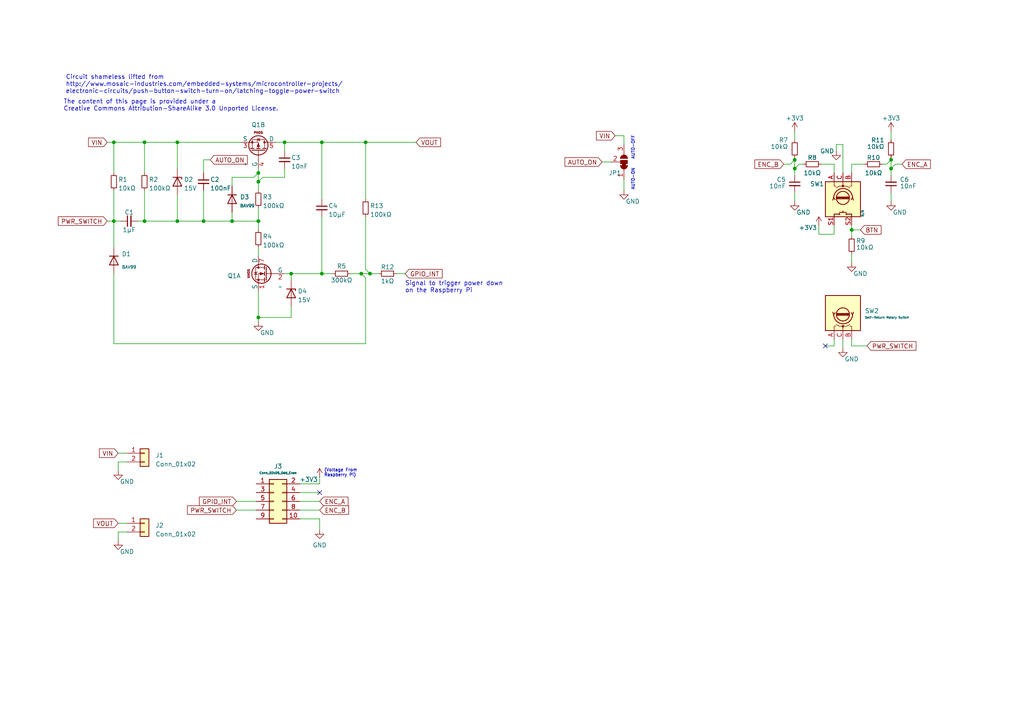
<source format=kicad_sch>
(kicad_sch (version 20230121) (generator eeschema)
  (paper "A4")
  (title_block (title "Radio Knobs") (rev "v2.0.0"))
  (lib_symbols
    (symbol ".Radio Knobs:IRF7319" (pin_names (offset 0))
      (property "Reference" "Q" (at 2.54 3.81 0))
      (symbol "IRF7319_0_1"
        (circle (center -0.889 0) (radius 2.794) (stroke (width 0.254)))
        (circle (center 0 -1.778) (radius 0.254) (fill (type outline)))
        (polyline (pts (xy -2.286 0) (xy -5.08 0)))
        (polyline (pts (xy -2.286 1.905) (xy -2.286 -1.905)) (stroke (width 0.254)))
        (polyline (pts (xy -1.778 -1.27) (xy -1.778 -2.286)) (stroke (width 0.254)))
        (polyline (pts (xy -1.778 0.508) (xy -1.778 -0.508)) (stroke (width 0.254)))
        (polyline (pts (xy -1.778 2.286) (xy -1.778 1.27)) (stroke (width 0.254)))
        (polyline (pts (xy 0 2.54) (xy 0 1.778)))
        (polyline (pts (xy 0 -2.54) (xy 0 0) (xy -1.778 0)))
        (polyline (pts (xy -1.778 -1.778) (xy 0.762 -1.778) (xy 0.762 1.778) (xy -1.778 1.778)))
        (circle (center 0 1.778) (radius 0.254) (fill (type outline)))
      )
      (symbol "IRF7319_1_1"
        (polyline (pts (xy -1.524 0) (xy -0.508 0.381) (xy -0.508 -0.381) (xy -1.524 0)) (fill (type outline)))
        (polyline (pts (xy 0.254 0.508) (xy 0.381 0.381) (xy 1.143 0.381) (xy 1.27 0.254)))
        (polyline (pts (xy 0.762 0.381) (xy 0.381 -0.254) (xy 1.143 -0.254) (xy 0.762 0.381)))
        (text "NMOS" (at 2.794 0 900) (effects (font (size 0.635 0.635))))
        (pin passive line (at 0 -5.08 90) (length 2.54) (name "S") (number "1"))
        (pin input line (at -7.62 0 0) (length 2.54) (name "G") (number "2"))
        (pin passive line (at 0 5.08 270) (length 2.54) (name "D") (number "7"))
        (pin passive line (at 0 5.08 270) (length 2.54) hide (name "D") (number "8"))
      )
      (symbol "IRF7319_2_1"
        (polyline (pts (xy -0.254 0) (xy -1.27 0.381) (xy -1.27 -0.381) (xy -0.254 0)) (fill (type outline)))
        (polyline (pts (xy 0.254 -0.381) (xy 0.381 -0.254) (xy 1.143 -0.254) (xy 1.27 -0.127)))
        (polyline (pts (xy 0.762 -0.254) (xy 0.381 0.381) (xy 1.143 0.381) (xy 0.762 -0.254)))
        (text "PMOS" (at 2.794 0 900) (effects (font (size 0.635 0.635))))
        (pin passive line (at 0 -5.08 90) (length 2.54) (name "S") (number "3"))
        (pin input line (at -7.62 0 0) (length 2.54) (name "G") (number "4"))
        (pin passive line (at 0 5.08 270) (length 2.54) (name "D") (number "5"))
        (pin passive line (at 0 5.08 270) (length 2.54) hide (name "D") (number "6"))
      )
    )
    (symbol "Connector_Generic:Conn_01x02" (pin_names (offset 1.016) hide)
      (property "Reference" "J" (at 0 2.54 0))
      (property "Value" "Conn_01x02" (at 0 -5.08 0))
      (symbol "Conn_01x02_1_1"
        (rectangle (start -1.27 -2.413) (end 0 -2.667) (stroke (width 0.1524)))
        (rectangle (start -1.27 0.127) (end 0 -0.127) (stroke (width 0.1524)))
        (rectangle (start -1.27 1.27) (end 1.27 -3.81) (stroke (width 0.254)) (fill (type background)))
        (pin passive line (at -5.08 0 0) (length 3.81) (name "Pin_1") (number "1"))
        (pin passive line (at -5.08 -2.54 0) (length 3.81) (name "Pin_2") (number "2"))
      )
    )
    (symbol "Connector_Generic:Conn_02x05_Odd_Even" (pin_names (offset 1.016) hide)
      (property "Reference" "J" (at 1.27 7.62 0))
      (property "Value" "Conn_02x05_Odd_Even" (at 1.27 -7.62 0))
      (symbol "Conn_02x05_Odd_Even_1_1"
        (rectangle (start -1.27 -4.953) (end 0 -5.207) (stroke (width 0.1524)))
        (rectangle (start -1.27 -2.413) (end 0 -2.667) (stroke (width 0.1524)))
        (rectangle (start -1.27 0.127) (end 0 -0.127) (stroke (width 0.1524)))
        (rectangle (start -1.27 2.667) (end 0 2.413) (stroke (width 0.1524)))
        (rectangle (start -1.27 5.207) (end 0 4.953) (stroke (width 0.1524)))
        (rectangle (start -1.27 6.35) (end 3.81 -6.35) (stroke (width 0.254)) (fill (type background)))
        (rectangle (start 3.81 -4.953) (end 2.54 -5.207) (stroke (width 0.1524)))
        (rectangle (start 3.81 -2.413) (end 2.54 -2.667) (stroke (width 0.1524)))
        (rectangle (start 3.81 0.127) (end 2.54 -0.127) (stroke (width 0.1524)))
        (rectangle (start 3.81 2.667) (end 2.54 2.413) (stroke (width 0.1524)))
        (rectangle (start 3.81 5.207) (end 2.54 4.953) (stroke (width 0.1524)))
        (pin passive line (at -5.08 5.08 0) (length 3.81) (name "Pin_1") (number "1"))
        (pin passive line (at 7.62 -5.08 180) (length 3.81) (name "Pin_10") (number "10"))
        (pin passive line (at 7.62 5.08 180) (length 3.81) (name "Pin_2") (number "2"))
        (pin passive line (at -5.08 2.54 0) (length 3.81) (name "Pin_3") (number "3"))
        (pin passive line (at 7.62 2.54 180) (length 3.81) (name "Pin_4") (number "4"))
        (pin passive line (at -5.08 0 0) (length 3.81) (name "Pin_5") (number "5"))
        (pin passive line (at 7.62 0 180) (length 3.81) (name "Pin_6") (number "6"))
        (pin passive line (at -5.08 -2.54 0) (length 3.81) (name "Pin_7") (number "7"))
        (pin passive line (at 7.62 -2.54 180) (length 3.81) (name "Pin_8") (number "8"))
        (pin passive line (at -5.08 -5.08 0) (length 3.81) (name "Pin_9") (number "9"))
      )
    )
    (symbol "Device:C_Small" (pin_numbers hide) (pin_names (offset 0.254) hide)
      (property "Reference" "C" (at 0.254 1.778 0))
      (property "Value" "C_Small" (at 0.254 -2.032 0))
      (symbol "C_Small_0_1"
        (polyline (pts (xy -1.524 -0.508) (xy 1.524 -0.508)) (stroke (width 0.3302)))
        (polyline (pts (xy -1.524 0.508) (xy 1.524 0.508)) (stroke (width 0.3048)))
      )
      (symbol "C_Small_1_1"
        (pin passive line (at 0 2.54 270) (length 2.032) (name "~") (number "1"))
        (pin passive line (at 0 -2.54 90) (length 2.032) (name "~") (number "2"))
      )
    )
    (symbol "Device:D" (pin_numbers hide) (pin_names (offset 1.016) hide)
      (property "Reference" "D" (at 0 2.54 0))
      (property "Value" "D" (at 0 -2.54 0))
      (symbol "D_0_1"
        (polyline (pts (xy -1.27 1.27) (xy -1.27 -1.27)) (stroke (width 0.254)))
        (polyline (pts (xy 1.27 0) (xy -1.27 0)))
        (polyline (pts (xy 1.27 1.27) (xy 1.27 -1.27) (xy -1.27 0) (xy 1.27 1.27)) (stroke (width 0.254)))
      )
      (symbol "D_1_1"
        (pin passive line (at -3.81 0 0) (length 2.54) (name "K") (number "1"))
        (pin passive line (at 3.81 0 180) (length 2.54) (name "A") (number "2"))
      )
    )
    (symbol "Device:D_Zener" (pin_numbers hide) (pin_names (offset 1.016) hide)
      (property "Reference" "D" (at 0 2.54 0))
      (property "Value" "D_Zener" (at 0 -2.54 0))
      (symbol "D_Zener_0_1"
        (polyline (pts (xy 1.27 0) (xy -1.27 0)))
        (polyline (pts (xy -1.27 -1.27) (xy -1.27 1.27) (xy -0.762 1.27)) (stroke (width 0.254)))
        (polyline (pts (xy 1.27 -1.27) (xy 1.27 1.27) (xy -1.27 0) (xy 1.27 -1.27)) (stroke (width 0.254)))
      )
      (symbol "D_Zener_1_1"
        (pin passive line (at -3.81 0 0) (length 2.54) (name "K") (number "1"))
        (pin passive line (at 3.81 0 180) (length 2.54) (name "A") (number "2"))
      )
    )
    (symbol "Device:R_Small" (pin_numbers hide) (pin_names (offset 0.254) hide)
      (property "Reference" "R" (at 0.762 0.508 0))
      (property "Value" "R_Small" (at 0.762 -1.016 0))
      (symbol "R_Small_0_1"
        (rectangle (start -0.762 1.778) (end 0.762 -1.778) (stroke (width 0.2032)))
      )
      (symbol "R_Small_1_1"
        (pin passive line (at 0 2.54 270) (length 0.762) (name "~") (number "1"))
        (pin passive line (at 0 -2.54 90) (length 0.762) (name "~") (number "2"))
      )
    )
    (symbol "Device:RotaryEncoder" (pin_names (offset 0.254) hide)
      (property "Reference" "SW" (at 0 6.604 0))
      (property "Value" "RotaryEncoder" (at 0 -6.604 0))
      (symbol "RotaryEncoder_0_1"
        (rectangle (start -5.08 5.08) (end 5.08 -5.08) (stroke (width 0.254)) (fill (type background)))
        (circle (center -3.81 0) (radius 0.254) (fill (type outline)))
        (circle (center -0.381 0) (radius 1.905) (stroke (width 0.254)))
        (arc (start -0.381 2.667) (mid -3.0988 -0.0635) (end -0.381 -2.794) (stroke (width 0.254)))
        (polyline (pts (xy -0.635 -1.778) (xy -0.635 1.778)) (stroke (width 0.254)))
        (polyline (pts (xy -0.381 -1.778) (xy -0.381 1.778)) (stroke (width 0.254)))
        (polyline (pts (xy -0.127 1.778) (xy -0.127 -1.778)) (stroke (width 0.254)))
        (polyline (pts (xy -5.08 -2.54) (xy -3.81 -2.54) (xy -3.81 -2.032)))
        (polyline (pts (xy -5.08 2.54) (xy -3.81 2.54) (xy -3.81 2.032)))
        (polyline (pts (xy 0.254 -3.048) (xy -0.508 -2.794) (xy 0.127 -2.413)) (stroke (width 0.254)))
        (polyline (pts (xy 0.254 2.921) (xy -0.508 2.667) (xy 0.127 2.286)) (stroke (width 0.254)))
        (polyline (pts (xy -5.08 0) (xy -3.81 0) (xy -3.81 -1.016) (xy -3.302 -2.032)))
        (polyline (pts (xy -4.318 0) (xy -3.81 0) (xy -3.81 1.016) (xy -3.302 2.032)))
      )
      (symbol "RotaryEncoder_1_1"
        (pin passive line (at -7.62 2.54 0) (length 2.54) (name "A") (number "A"))
        (pin passive line (at -7.62 -2.54 0) (length 2.54) (name "B") (number "B"))
        (pin passive line (at -7.62 0 0) (length 2.54) (name "C") (number "C"))
      )
    )
    (symbol "Device:RotaryEncoder_Switch" (pin_names (offset 0.254) hide)
      (property "Reference" "SW" (at 0 6.604 0))
      (property "Value" "RotaryEncoder_Switch" (at 0 -6.604 0))
      (symbol "RotaryEncoder_Switch_0_1"
        (rectangle (start -5.08 5.08) (end 5.08 -5.08) (stroke (width 0.254)) (fill (type background)))
        (circle (center -3.81 0) (radius 0.254) (fill (type outline)))
        (circle (center -0.381 0) (radius 1.905) (stroke (width 0.254)))
        (arc (start -0.381 2.667) (mid -3.0988 -0.0635) (end -0.381 -2.794) (stroke (width 0.254)))
        (polyline (pts (xy -0.635 -1.778) (xy -0.635 1.778)) (stroke (width 0.254)))
        (polyline (pts (xy -0.381 -1.778) (xy -0.381 1.778)) (stroke (width 0.254)))
        (polyline (pts (xy -0.127 1.778) (xy -0.127 -1.778)) (stroke (width 0.254)))
        (polyline (pts (xy 3.81 0) (xy 3.429 0)) (stroke (width 0.254)))
        (polyline (pts (xy 3.81 1.016) (xy 3.81 -1.016)) (stroke (width 0.254)))
        (polyline (pts (xy -5.08 -2.54) (xy -3.81 -2.54) (xy -3.81 -2.032)))
        (polyline (pts (xy -5.08 2.54) (xy -3.81 2.54) (xy -3.81 2.032)))
        (polyline (pts (xy 0.254 -3.048) (xy -0.508 -2.794) (xy 0.127 -2.413)) (stroke (width 0.254)))
        (polyline (pts (xy 0.254 2.921) (xy -0.508 2.667) (xy 0.127 2.286)) (stroke (width 0.254)))
        (polyline (pts (xy 5.08 -2.54) (xy 4.318 -2.54) (xy 4.318 -1.016)) (stroke (width 0.254)))
        (polyline (pts (xy 5.08 2.54) (xy 4.318 2.54) (xy 4.318 1.016)) (stroke (width 0.254)))
        (polyline (pts (xy -5.08 0) (xy -3.81 0) (xy -3.81 -1.016) (xy -3.302 -2.032)))
        (polyline (pts (xy -4.318 0) (xy -3.81 0) (xy -3.81 1.016) (xy -3.302 2.032)))
        (circle (center 4.318 -1.016) (radius 0.127) (stroke (width 0.254)))
        (circle (center 4.318 1.016) (radius 0.127) (stroke (width 0.254)))
      )
      (symbol "RotaryEncoder_Switch_1_1"
        (pin passive line (at -7.62 2.54 0) (length 2.54) (name "A") (number "A"))
        (pin passive line (at -7.62 -2.54 0) (length 2.54) (name "B") (number "B"))
        (pin passive line (at -7.62 0 0) (length 2.54) (name "C") (number "C"))
        (pin passive line (at 7.62 2.54 180) (length 2.54) (name "S1") (number "S1"))
        (pin passive line (at 7.62 -2.54 180) (length 2.54) (name "S2") (number "S2"))
      )
    )
    (symbol "Jumper:SolderJumper_3_Bridged12" (pin_names (offset 0) hide)
      (property "Reference" "JP" (at -2.54 -2.54 0))
      (property "Value" "SolderJumper_3_Bridged12" (at 0 2.794 0))
      (symbol "SolderJumper_3_Bridged12_0_1"
        (rectangle (start -1.016 0.508) (end -0.508 -0.508) (fill (type outline)))
        (arc (start -1.016 1.016) (mid -2.0276 0) (end -1.016 -1.016))
        (arc (start -1.016 1.016) (mid -2.0276 0) (end -1.016 -1.016) (fill (type outline)))
        (rectangle (start -0.508 1.016) (end 0.508 -1.016) (fill (type outline)))
        (polyline (pts (xy -2.54 0) (xy -2.032 0)))
        (polyline (pts (xy -1.016 1.016) (xy -1.016 -1.016)))
        (polyline (pts (xy 0 -1.27) (xy 0 -1.016)))
        (polyline (pts (xy 1.016 1.016) (xy 1.016 -1.016)))
        (polyline (pts (xy 2.54 0) (xy 2.032 0)))
        (arc (start 1.016 -1.016) (mid 2.0276 0) (end 1.016 1.016))
        (arc (start 1.016 -1.016) (mid 2.0276 0) (end 1.016 1.016) (fill (type outline)))
      )
      (symbol "SolderJumper_3_Bridged12_1_1"
        (pin passive line (at -5.08 0 0) (length 2.54) (name "A") (number "1"))
        (pin passive line (at 0 -3.81 90) (length 2.54) (name "C") (number "2"))
        (pin passive line (at 5.08 0 180) (length 2.54) (name "B") (number "3"))
      )
    )
    (symbol "power:+3V3" (power) (pin_names (offset 0))
      (property "Value" "+3V3" (at 0 3.556 0))
      (symbol "+3V3_0_1"
        (polyline (pts (xy -0.762 1.27) (xy 0 2.54)))
        (polyline (pts (xy 0 0) (xy 0 2.54)))
        (polyline (pts (xy 0 2.54) (xy 0.762 1.27)))
      )
      (symbol "+3V3_1_1"
        (pin power_in line (at 0 0 90) (length 0) hide (name "+3V3") (number "1"))
      )
    )
    (symbol "power:GND" (power) (pin_names (offset 0))
      (property "Value" "GND" (at 0 -3.81 0))
      (symbol "GND_0_1"
        (polyline (pts (xy 0 0) (xy 0 -1.27) (xy 1.27 -1.27) (xy 0 -2.54) (xy -1.27 -1.27) (xy 0 -1.27)))
      )
      (symbol "GND_1_1"
        (pin power_in line (at 0 0 270) (length 0) hide (name "GND") (number "1"))
      )
    )
  )
  (junction (at 67.31 64.135))
  (junction (at 247.015 66.675))
  (junction (at 230.505 48.895))
  (junction (at 74.93 52.705))
  (junction (at 258.445 48.895))
  (junction (at 93.345 79.375))
  (junction (at 230.505 46.355))
  (junction (at 84.455 79.375))
  (junction (at 74.93 64.135))
  (junction (at 51.435 41.275))
  (junction (at 59.055 64.135))
  (junction (at 93.345 41.275))
  (junction (at 51.435 64.135))
  (junction (at 258.445 46.355))
  (junction (at 74.93 92.075))
  (junction (at 33.02 64.135))
  (junction (at 74.93 50.165))
  (junction (at 82.55 41.275))
  (junction (at 33.02 41.275))
  (junction (at 106.045 41.275))
  (junction (at 107.315 79.375))
  (junction (at 41.91 41.275))
  (junction (at 41.91 64.135))
  (junction (at 104.775 79.375))
  (no_connect (at 239.395 100.33))
  (no_connect (at 92.71 142.875))
  (wire (pts (xy 247.015 47.625) (xy 250.825 47.625)))
  (wire (pts (xy 31.115 64.135) (xy 33.02 64.135)))
  (wire (pts (xy 106.045 41.275) (xy 120.65 41.275)))
  (wire (pts (xy 82.55 48.895) (xy 82.55 51.435)))
  (wire (pts (xy 233.045 47.625) (xy 231.775 47.625)))
  (wire (pts (xy 249.555 66.675) (xy 247.015 66.675)))
  (wire (pts (xy 82.55 41.275) (xy 82.55 43.815)))
  (wire (pts (xy 258.445 55.88) (xy 258.445 58.42)))
  (wire (pts (xy 51.435 64.135) (xy 59.055 64.135)))
  (wire (pts (xy 259.715 47.625) (xy 258.445 48.895)))
  (wire (pts (xy 67.31 53.975) (xy 67.31 51.435)))
  (wire (pts (xy 244.475 41.91) (xy 242.57 41.91)))
  (wire (pts (xy 93.345 41.275) (xy 93.345 57.785)))
  (wire (pts (xy 33.02 64.135) (xy 33.02 71.755)))
  (wire (pts (xy 230.505 38.1) (xy 230.505 40.64)))
  (wire (pts (xy 51.435 41.275) (xy 41.91 41.275)))
  (wire (pts (xy 104.775 79.375) (xy 107.315 79.375)))
  (wire (pts (xy 92.71 150.495) (xy 92.71 153.67)))
  (wire (pts (xy 241.935 50.165) (xy 241.935 47.625)))
  (wire (pts (xy 34.29 133.985) (xy 36.83 133.985)))
  (wire (pts (xy 93.345 41.275) (xy 106.045 41.275)))
  (wire (pts (xy 74.93 84.455) (xy 74.93 92.075)))
  (wire (pts (xy 180.975 39.37) (xy 180.975 41.91)))
  (wire (pts (xy 231.775 47.625) (xy 230.505 48.895)))
  (wire (pts (xy 74.93 48.895) (xy 74.93 50.165)))
  (wire (pts (xy 93.345 62.865) (xy 93.345 79.375)))
  (wire (pts (xy 76.2 51.435) (xy 74.93 52.705)))
  (wire (pts (xy 242.57 41.91) (xy 242.57 43.815)))
  (wire (pts (xy 34.29 131.445) (xy 36.83 131.445)))
  (wire (pts (xy 84.455 79.375) (xy 93.345 79.375)))
  (wire (pts (xy 258.445 46.355) (xy 258.445 45.72)))
  (wire (pts (xy 33.02 64.135) (xy 34.925 64.135)))
  (wire (pts (xy 114.935 79.375) (xy 117.475 79.375)))
  (wire (pts (xy 241.935 47.625) (xy 238.125 47.625)))
  (wire (pts (xy 82.55 79.375) (xy 84.455 79.375)))
  (wire (pts (xy 230.505 50.8) (xy 230.505 48.895)))
  (wire (pts (xy 241.935 98.425) (xy 241.935 100.33)))
  (wire (pts (xy 237.49 65.405) (xy 237.49 67.945)))
  (wire (pts (xy 261.62 47.625) (xy 259.715 47.625)))
  (wire (pts (xy 106.045 80.645) (xy 104.775 79.375)))
  (wire (pts (xy 106.045 78.105) (xy 107.315 79.375)))
  (wire (pts (xy 73.66 51.435) (xy 74.93 50.165)))
  (wire (pts (xy 33.02 55.245) (xy 33.02 64.135)))
  (wire (pts (xy 93.345 79.375) (xy 96.52 79.375)))
  (wire (pts (xy 174.625 46.99) (xy 177.165 46.99)))
  (wire (pts (xy 67.31 51.435) (xy 73.66 51.435)))
  (wire (pts (xy 247.015 73.66) (xy 247.015 76.2)))
  (wire (pts (xy 84.455 79.375) (xy 84.455 81.28)))
  (wire (pts (xy 247.015 66.675) (xy 247.015 68.58)))
  (wire (pts (xy 41.91 41.275) (xy 41.91 50.165)))
  (wire (pts (xy 33.02 79.375) (xy 33.02 99.695)))
  (wire (pts (xy 40.005 64.135) (xy 41.91 64.135)))
  (wire (pts (xy 59.055 64.135) (xy 67.31 64.135)))
  (wire (pts (xy 51.435 64.135) (xy 51.435 56.515)))
  (wire (pts (xy 74.93 92.075) (xy 84.455 92.075)))
  (wire (pts (xy 34.29 151.765) (xy 36.83 151.765)))
  (wire (pts (xy 86.995 145.415) (xy 92.71 145.415)))
  (wire (pts (xy 74.93 50.165) (xy 74.93 52.705)))
  (wire (pts (xy 33.02 41.275) (xy 41.91 41.275)))
  (wire (pts (xy 227.33 47.625) (xy 229.235 47.625)))
  (wire (pts (xy 41.91 64.135) (xy 51.435 64.135)))
  (wire (pts (xy 51.435 41.275) (xy 51.435 48.895)))
  (wire (pts (xy 31.115 41.275) (xy 33.02 41.275)))
  (wire (pts (xy 34.29 154.305) (xy 36.83 154.305)))
  (wire (pts (xy 244.475 98.425) (xy 244.475 100.965)))
  (wire (pts (xy 41.91 64.135) (xy 41.91 55.245)))
  (wire (pts (xy 74.93 60.325) (xy 74.93 64.135)))
  (wire (pts (xy 237.49 67.945) (xy 241.935 67.945)))
  (wire (pts (xy 86.995 147.955) (xy 92.71 147.955)))
  (wire (pts (xy 247.015 100.33) (xy 251.46 100.33)))
  (wire (pts (xy 106.045 99.695) (xy 106.045 80.645)))
  (wire (pts (xy 178.435 39.37) (xy 180.975 39.37)))
  (wire (pts (xy 230.505 55.88) (xy 230.505 58.42)))
  (wire (pts (xy 67.31 64.135) (xy 67.31 61.595)))
  (wire (pts (xy 257.175 47.625) (xy 258.445 46.355)))
  (wire (pts (xy 67.31 64.135) (xy 74.93 64.135)))
  (wire (pts (xy 101.6 79.375) (xy 104.775 79.375)))
  (wire (pts (xy 247.015 50.165) (xy 247.015 47.625)))
  (wire (pts (xy 106.045 41.275) (xy 106.045 57.785)))
  (wire (pts (xy 86.995 140.335) (xy 92.71 140.335)))
  (wire (pts (xy 106.045 99.695) (xy 33.02 99.695)))
  (wire (pts (xy 247.015 65.405) (xy 247.015 66.675)))
  (wire (pts (xy 80.01 41.275) (xy 82.55 41.275)))
  (wire (pts (xy 59.055 64.135) (xy 59.055 55.245)))
  (wire (pts (xy 59.055 46.355) (xy 59.055 50.165)))
  (wire (pts (xy 74.93 52.705) (xy 74.93 55.245)))
  (wire (pts (xy 34.29 154.305) (xy 34.29 156.845)))
  (wire (pts (xy 86.995 150.495) (xy 92.71 150.495)))
  (wire (pts (xy 258.445 50.8) (xy 258.445 48.895)))
  (wire (pts (xy 33.02 41.275) (xy 33.02 50.165)))
  (wire (pts (xy 247.015 98.425) (xy 247.015 100.33)))
  (wire (pts (xy 180.975 52.07) (xy 180.975 55.245)))
  (wire (pts (xy 86.995 142.875) (xy 92.71 142.875)))
  (wire (pts (xy 107.315 79.375) (xy 109.855 79.375)))
  (wire (pts (xy 68.58 145.415) (xy 74.295 145.415)))
  (wire (pts (xy 244.475 41.91) (xy 244.475 50.165)))
  (wire (pts (xy 92.71 138.43) (xy 92.71 140.335)))
  (wire (pts (xy 230.505 46.355) (xy 230.505 45.72)))
  (wire (pts (xy 82.55 41.275) (xy 93.345 41.275)))
  (wire (pts (xy 84.455 92.075) (xy 84.455 88.9)))
  (wire (pts (xy 74.93 92.075) (xy 74.93 93.345)))
  (wire (pts (xy 257.175 47.625) (xy 255.905 47.625)))
  (wire (pts (xy 230.505 48.895) (xy 230.505 46.355)))
  (wire (pts (xy 74.295 147.955) (xy 68.58 147.955)))
  (wire (pts (xy 106.045 62.865) (xy 106.045 78.105)))
  (wire (pts (xy 258.445 48.895) (xy 258.445 46.355)))
  (wire (pts (xy 59.055 46.355) (xy 60.96 46.355)))
  (wire (pts (xy 239.395 100.33) (xy 241.935 100.33)))
  (wire (pts (xy 76.2 51.435) (xy 82.55 51.435)))
  (wire (pts (xy 74.93 71.755) (xy 74.93 74.295)))
  (wire (pts (xy 34.29 133.985) (xy 34.29 136.525)))
  (wire (pts (xy 258.445 38.1) (xy 258.445 40.64)))
  (wire (pts (xy 74.93 66.675) (xy 74.93 64.135)))
  (wire (pts (xy 51.435 41.275) (xy 69.85 41.275)))
  (wire (pts (xy 229.235 47.625) (xy 230.505 46.355)))
  (wire (pts (xy 241.935 65.405) (xy 241.935 67.945)))
  (text "Circuit shameless lifted from\nhttp://www.mosaic-industries.com/embedded-systems/microcontroller-projects/\nelectronic-circuits/push-button-switch-turn-on/latching-toggle-power-switch" (at 19.05 27.305 0) (effects (font (size 1.27 1.27)) (justify left bottom)))
  (text "AUTO-OFF" (at 184.15 46.355 90) (effects (font (size 0.889 0.889)) (justify left bottom)))
  (text "Start:\nPMOS dren=0V -> NMOS open -> PMOS gate 12V -> PMOS open -> NMOS keeps open.\nIf jumper connects PMOS gate to GND, it will conduct on power up.\nIf the switch is activated, it connects the PMOS gate to GDN and starts conducting. There is VOUT, and the NMOS starts to conduct, keeping the PMOS gate connected to GND.\nWhen the switch is held again, the NMOS gate resistor is connected to GND through the diode. C6 discharges through R4 and eventually, the NMOS gate is 0V, and stops conducting," (at 10.795 -20.955 0) (effects (font (size 1.524 1.2954)) (justify left bottom)))
  (text "R3 controls C3 discharge (how long you have to hold the button to turn the power off).\nThe voltage of the signal sent to the raspberry pi is controlled by the R4-R3 resistor." (at 11.43 -13.335 0) (effects (font (size 1.778 1.5113)) (justify left bottom)))
  (text "AUTO-ON" (at 184.15 55.245 90) (effects (font (size 0.889 0.889)) (justify left bottom)))
  (text "Vgs = 1. T for cap from 12 to 1 =>\ne^-(t/(RC) = 1/12 =>\nt = -RC loge (1/12) = 2.48RC\nIf C=10μ and R=200k -> t = 5s" (at 11.43 -0.635 0) (effects (font (size 1.778 1.5113)) (justify left bottom)))
  (text "(Voltage From\nRaspberry Pi)" (at 93.98 138.43 0) (effects (font (size 0.889 0.889)) (justify left bottom)))
  (text "The content of this page is provided under a\nCreative Commons Attribution-ShareAlike 3.0 Unported License." (at 18.415 32.385 0) (effects (font (size 1.27 1.27)) (justify left bottom)))
  (text "V signal is dictated by R4-R3\nIf R3 is 200k\nVsignal = 12 * (200k/(200k+R4))\nVisgnal = 3.3V => R4 = 520k" (at 62.23 -0.635 0) (effects (font (size 1.778 1.5113)) (justify left bottom)))
  (text "Signal to trigger power down\non the Raspberry Pi" (at 117.475 85.09 0) (effects (font (size 1.27 1.27)) (justify left bottom)))
  (global_label "AUTO_ON" (shape input) (at 60.96 46.355 0) (property "Intersheetrefs" "${INTERSHEET_REFS}" (effects hide)))
  (global_label "GPIO_INT" (shape input) (at 117.475 79.375 0) (property "Intersheetrefs" "${INTERSHEET_REFS}" (effects hide)))
  (global_label "VIN" (shape input) (at 31.115 41.275 180) (property "Intersheetrefs" "${INTERSHEET_REFS}" (effects hide)))
  (global_label "ENC_A" (shape input) (at 261.62 47.625 0) (property "Intersheetrefs" "${INTERSHEET_REFS}" (effects hide)))
  (global_label "VIN" (shape input) (at 178.435 39.37 180) (property "Intersheetrefs" "${INTERSHEET_REFS}" (effects hide)))
  (global_label "BTN" (shape input) (at 249.555 66.675 0) (property "Intersheetrefs" "${INTERSHEET_REFS}" (effects hide)))
  (global_label "VIN" (shape input) (at 34.29 131.445 180) (property "Intersheetrefs" "${INTERSHEET_REFS}" (effects hide)))
  (global_label "ENC_B" (shape input) (at 227.33 47.625 180) (property "Intersheetrefs" "${INTERSHEET_REFS}" (effects hide)))
  (global_label "AUTO_ON" (shape input) (at 174.625 46.99 180) (property "Intersheetrefs" "${INTERSHEET_REFS}" (effects hide)))
  (global_label "PWR_SWITCH" (shape input) (at 251.46 100.33 0) (property "Intersheetrefs" "${INTERSHEET_REFS}" (effects hide)))
  (global_label "ENC_B" (shape input) (at 92.71 147.955 0) (property "Intersheetrefs" "${INTERSHEET_REFS}" (effects hide)))
  (global_label "VOUT" (shape input) (at 34.29 151.765 180) (property "Intersheetrefs" "${INTERSHEET_REFS}" (effects hide)))
  (global_label "VOUT" (shape input) (at 120.65 41.275 0) (property "Intersheetrefs" "${INTERSHEET_REFS}" (effects hide)))
  (global_label "GPIO_INT" (shape input) (at 68.58 145.415 180) (property "Intersheetrefs" "${INTERSHEET_REFS}" (effects hide)))
  (global_label "PWR_SWITCH" (shape input) (at 68.58 147.955 180) (property "Intersheetrefs" "${INTERSHEET_REFS}" (effects hide)))
  (global_label "PWR_SWITCH" (shape input) (at 31.115 64.135 180) (property "Intersheetrefs" "${INTERSHEET_REFS}" (effects hide)))
  (global_label "ENC_A" (shape input) (at 92.71 145.415 0) (property "Intersheetrefs" "${INTERSHEET_REFS}" (effects hide)))
  (symbol (lib_id "Jumper:SolderJumper_3_Bridged12") (at 180.975 46.99 270) (mirror x) (unit 1)
    (property "Reference" "JP1" (at 176.53 50.165 90) (effects (justify left)))
    (property "Value" "SolderJumper_3_Bridged12" (effects hide))
  )
  (symbol (lib_id "Device:R_Small") (at 33.02 52.705 0) (unit 1)
    (property "Reference" "R1" (at 34.29 52.07 0) (effects (justify left)))
    (property "Value" "10kΩ" (at 34.29 54.61 0) (effects (justify left)))
  )
  (symbol (lib_id "power:GND") (at 244.475 100.965 0) (unit 1)
    (property "Reference" "#PWR06" (effects hide))
    (property "Value" "GND" (at 247.015 104.14 0))
  )
  (symbol (lib_id "Device:C_Small") (at 230.505 53.34 0) (mirror y) (unit 1)
    (property "Reference" "C5" (at 227.965 52.0762 0) (effects (justify left)))
    (property "Value" "10nF" (at 227.965 53.975 0) (effects (justify left)))
    (property "Footprint" "Gruffalo_Dimmer:0603-1.6x0.8mm-C_Handsolder" (effects hide))
  )
  (symbol (lib_id "Device:R_Small") (at 74.93 69.215 0) (unit 1)
    (property "Reference" "R4" (at 76.2 68.58 0) (effects (justify left)))
    (property "Value" "100kΩ" (at 76.2 71.12 0) (effects (justify left)))
  )
  (symbol (lib_id "Connector_Generic:Conn_02x05_Odd_Even") (at 79.375 145.415 0) (unit 1)
    (property "Reference" "J3" (at 80.645 135.255 0))
    (property "Value" "Conn_02x05_Odd_Even" (at 80.645 137.16 0) (effects (font (size 0.635 0.635))))
  )
  (symbol (lib_id "Device:R_Small") (at 247.015 71.12 180) (unit 1)
    (property "Reference" "R9" (at 248.285 69.85 0) (effects (justify right)))
    (property "Value" "10kΩ" (at 248.285 71.755 0) (effects (justify right)))
    (property "Footprint" "Gruffalo_Dimmer:0805-R_Handsolder" (effects hide))
  )
  (symbol (lib_id "Device:C_Small") (at 258.445 53.34 180) (unit 1)
    (property "Reference" "C6" (at 260.985 52.0635 0) (effects (justify right)))
    (property "Value" "10nF" (at 260.985 53.975 0) (effects (justify right)))
    (property "Footprint" "Gruffalo_Dimmer:0603-1.6x0.8mm-C_Handsolder" (effects hide))
  )
  (symbol (lib_id "power:GND") (at 230.505 58.42 0) (mirror y) (unit 1)
    (property "Reference" "#PWR03" (effects hide))
    (property "Value" "GND" (at 233.045 61.595 0))
  )
  (symbol (lib_id "Device:C_Small") (at 37.465 64.135 90) (unit 1)
    (property "Reference" "C1" (at 37.465 61.595 90))
    (property "Value" "1μF" (at 37.465 66.675 90))
  )
  (symbol (lib_id "Device:C_Small") (at 59.055 52.705 0) (unit 1)
    (property "Reference" "C2" (at 60.96 52.07 0) (effects (justify left)))
    (property "Value" "100nF" (at 60.96 54.61 0) (effects (justify left)))
  )
  (symbol (lib_id "Device:D") (at 33.02 75.565 270) (unit 1)
    (property "Reference" "D1" (at 35.306 73.66 90) (effects (justify left)))
    (property "Value" "BAV99" (at 35.306 77.47 90) (effects (font (size 0.889 0.889)) (justify left)))
    (property "Sim.Device" "D" (effects hide))
    (property "Sim.Pins" "1=K 2=A" (effects hide))
  )
  (symbol (lib_id "Device:R_Small") (at 99.06 79.375 90) (unit 1)
    (property "Reference" "R5" (at 99.06 77.216 90))
    (property "Value" "300kΩ" (at 99.06 81.28 90))
  )
  (symbol (lib_id "Device:R_Small") (at 235.585 47.625 90) (mirror x) (unit 1)
    (property "Reference" "R8" (at 235.585 45.72 90))
    (property "Value" "10kΩ" (at 235.585 50.165 90))
    (property "Footprint" "Gruffalo_Dimmer:0805-R_Handsolder" (effects hide))
  )
  (symbol (lib_id "power:GND") (at 180.975 55.245 0) (mirror y) (unit 1)
    (property "Reference" "#PWR012" (effects hide))
    (property "Value" "GND" (at 183.515 58.42 0))
  )
  (symbol (lib_id "Connector_Generic:Conn_01x02") (at 41.91 151.765 0) (unit 1)
    (property "Reference" "J2" (at 45.085 152.4 0) (effects (justify left)))
    (property "Value" "Conn_01x02" (at 45.085 154.94 0) (effects (justify left)))
  )
  (symbol (lib_id "power:+3V3") (at 258.445 38.1 0) (unit 1)
    (property "Reference" "#PWR02" (effects hide))
    (property "Value" "+3V3" (at 258.445 34.29 0))
  )
  (symbol (lib_id "power:GND") (at 34.29 136.525 0) (unit 1)
    (property "Reference" "#PWR010" (effects hide))
    (property "Value" "GND" (at 36.83 139.7 0))
  )
  (symbol (lib_id ".Radio Knobs:IRF7319") (at 74.93 79.375 0) (mirror y) (unit 1)
    (property "Reference" "Q1" (at 69.85 80.01 0) (effects (justify left)))
    (property "Value" "~" (at 81.28 83.185 0))
  )
  (symbol (lib_id "Device:D") (at 67.31 57.785 270) (unit 1)
    (property "Reference" "D3" (at 69.596 57.15 90) (effects (justify left)))
    (property "Value" "BAV99" (at 69.596 59.69 90) (effects (font (size 0.889 0.889)) (justify left)))
    (property "Sim.Device" "D" (effects hide))
    (property "Sim.Pins" "1=K 2=A" (effects hide))
  )
  (symbol (lib_id "Device:RotaryEncoder_Switch") (at 244.475 57.785 90) (mirror x) (unit 1)
    (property "Reference" "SW1" (at 234.95 53.34 90) (effects (justify right)))
    (property "Value" "N/A" (at 250.19 62.865 0) (effects (font (size 0.635 0.635)) (justify right)))
    (property "Footprint" "Gruffalo_Dimmer:Rotary Encoder - PEC11R - ∅11mm" (effects hide))
    (property "Comments" "Any PEC11R-4XYYF-SZZZZ will do, but consider shaft size to fit case" (effects hide))
    (property "Digikey PN" "PEC11R-4115F-S0018-ND" (effects hide))
    (property "Farnell PN" "2474846" (effects hide))
    (property "MPN" "PEC11R-4115F-S0018" (effects hide))
    (property "Manufacturer" "Bourns" (effects hide))
  )
  (symbol (lib_id "Device:R_Small") (at 253.365 47.625 270) (unit 1)
    (property "Reference" "R10" (at 253.365 45.72 90))
    (property "Value" "10kΩ" (at 253.365 50.165 90))
    (property "Footprint" "Gruffalo_Dimmer:0805-R_Handsolder" (effects hide))
  )
  (symbol (lib_id "Device:R_Small") (at 112.395 79.375 90) (unit 1)
    (property "Reference" "R12" (at 112.395 77.47 90))
    (property "Value" "1kΩ" (at 112.395 81.534 90))
  )
  (symbol (lib_id "Device:RotaryEncoder") (at 244.475 90.805 90) (unit 1)
    (property "Reference" "SW2" (at 250.825 90.17 90) (effects (justify right)))
    (property "Value" "Self-Return Rotary Switch" (at 250.825 92.075 90) (effects (font (size 0.635 0.635)) (justify right)))
  )
  (symbol (lib_id "power:+3V3") (at 237.49 65.405 0) (unit 1)
    (property "Reference" "#PWR04" (effects hide))
    (property "Value" "+3V3" (at 234.315 66.04 0))
  )
  (symbol (lib_id "Device:D_Zener") (at 84.455 85.09 270) (unit 1)
    (property "Reference" "D4" (at 86.36 84.4487 90) (effects (justify left)))
    (property "Value" "15V" (at 86.36 86.9887 90) (effects (justify left)))
  )
  (symbol (lib_id ".Radio Knobs:IRF7319") (at 74.93 41.275 270) (mirror x) (unit 2)
    (property "Reference" "Q1" (at 74.93 36.195 90))
    (property "Value" "~" (at 71.12 47.625 0))
  )
  (symbol (lib_id "Connector_Generic:Conn_01x02") (at 41.91 131.445 0) (unit 1)
    (property "Reference" "J1" (at 45.085 132.08 0) (effects (justify left)))
    (property "Value" "Conn_01x02" (at 45.085 134.62 0) (effects (justify left)))
  )
  (symbol (lib_id "Device:C_Small") (at 93.345 60.325 0) (unit 1)
    (property "Reference" "C4" (at 95.25 59.69 0) (effects (justify left)))
    (property "Value" "10μF" (at 95.25 62.23 0) (effects (justify left)))
  )
  (symbol (lib_id "power:+3V3") (at 92.71 138.43 0) (unit 1)
    (property "Reference" "#PWR08" (effects hide))
    (property "Value" "+3V3" (at 89.535 139.065 0))
  )
  (symbol (lib_id "Device:R_Small") (at 106.045 60.325 0) (unit 1)
    (property "Reference" "R13" (at 107.315 59.69 0) (effects (justify left)))
    (property "Value" "100kΩ" (at 107.315 62.23 0) (effects (justify left)))
  )
  (symbol (lib_id "power:GND") (at 247.015 76.2 0) (unit 1)
    (property "Reference" "#PWR07" (effects hide))
    (property "Value" "GND" (at 249.555 79.375 0))
  )
  (symbol (lib_id "Device:R_Small") (at 74.93 57.785 0) (unit 1)
    (property "Reference" "R3" (at 76.2 57.15 0) (effects (justify left)))
    (property "Value" "100kΩ" (at 76.2 59.69 0) (effects (justify left)))
  )
  (symbol (lib_id "power:GND") (at 242.57 43.815 0) (mirror y) (unit 1)
    (property "Reference" "#PWR05" (effects hide))
    (property "Value" "GND" (at 241.935 43.815 0) (effects (justify left)))
  )
  (symbol (lib_id "Device:R_Small") (at 258.445 43.18 0) (mirror x) (unit 1)
    (property "Reference" "R11" (at 256.54 40.64 0) (effects (justify right)))
    (property "Value" "10kΩ" (at 256.54 42.545 0) (effects (justify right)))
    (property "Footprint" "Gruffalo_Dimmer:0805-R_Handsolder" (effects hide))
  )
  (symbol (lib_id "Device:D_Zener") (at 51.435 52.705 270) (unit 1)
    (property "Reference" "D2" (at 53.34 52.0637 90) (effects (justify left)))
    (property "Value" "15V" (at 53.34 54.6037 90) (effects (justify left)))
  )
  (symbol (lib_id "Device:R_Small") (at 230.505 43.18 0) (mirror y) (unit 1)
    (property "Reference" "R7" (at 228.6 40.64 0) (effects (justify left)))
    (property "Value" "10kΩ" (at 228.6 42.545 0) (effects (justify left)))
    (property "Footprint" "Gruffalo_Dimmer:0805-R_Handsolder" (effects hide))
  )
  (symbol (lib_id "power:GND") (at 74.93 93.345 0) (unit 1)
    (property "Reference" "#PWR01" (effects hide))
    (property "Value" "GND" (at 77.47 96.52 0))
  )
  (symbol (lib_id "power:GND") (at 34.29 156.845 0) (unit 1)
    (property "Reference" "#PWR011" (effects hide))
    (property "Value" "GND" (at 36.83 160.02 0))
  )
  (symbol (lib_id "power:GND") (at 258.445 58.42 0) (mirror y) (unit 1)
    (property "Reference" "#PWR09" (effects hide))
    (property "Value" "GND" (at 260.985 61.595 0))
  )
  (symbol (lib_id "Device:R_Small") (at 41.91 52.705 0) (unit 1)
    (property "Reference" "R2" (at 43.18 52.07 0) (effects (justify left)))
    (property "Value" "100kΩ" (at 43.18 54.61 0) (effects (justify left)))
  )
  (symbol (lib_id "power:+3V3") (at 230.505 38.1 0) (unit 1)
    (property "Reference" "#PWR013" (effects hide))
    (property "Value" "+3V3" (at 230.505 34.29 0))
  )
  (symbol (lib_id "Device:C_Small") (at 82.55 46.355 0) (unit 1)
    (property "Reference" "C3" (at 84.455 45.72 0) (effects (justify left)))
    (property "Value" "10nF" (at 84.455 48.26 0) (effects (justify left)))
  )
  (symbol (lib_id "power:GND") (at 92.71 153.67 0) (unit 1)
    (property "Reference" "#PWR014" (effects hide))
    (property "Value" "GND" (at 92.71 158.115 0))
  )
)
</source>
